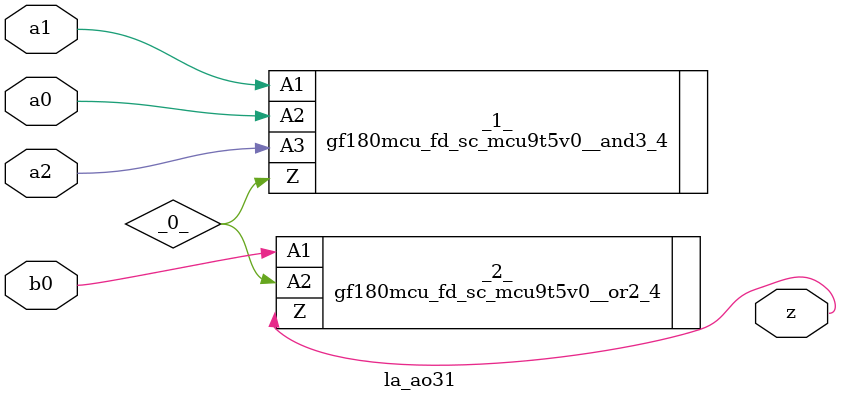
<source format=v>

/* Generated by Yosys 0.44 (git sha1 80ba43d26, g++ 11.4.0-1ubuntu1~22.04 -fPIC -O3) */

(* top =  1  *)
(* src = "generated" *)
module la_ao31 (
    a0,
    a1,
    a2,
    b0,
    z
);
  wire _0_;
  (* src = "generated" *)
  input a0;
  wire a0;
  (* src = "generated" *)
  input a1;
  wire a1;
  (* src = "generated" *)
  input a2;
  wire a2;
  (* src = "generated" *)
  input b0;
  wire b0;
  (* src = "generated" *)
  output z;
  wire z;
  gf180mcu_fd_sc_mcu9t5v0__and3_4 _1_ (
      .A1(a1),
      .A2(a0),
      .A3(a2),
      .Z (_0_)
  );
  gf180mcu_fd_sc_mcu9t5v0__or2_4 _2_ (
      .A1(b0),
      .A2(_0_),
      .Z (z)
  );
endmodule

</source>
